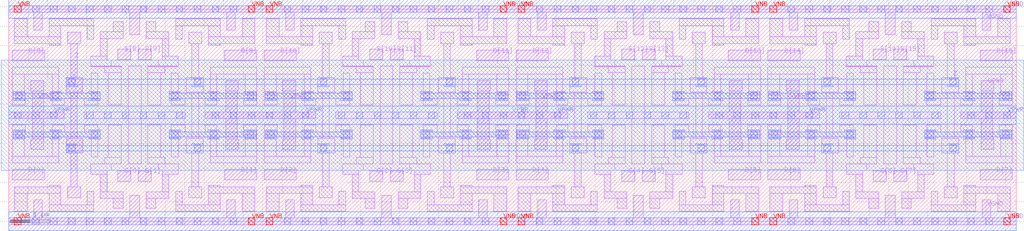
<source format=lef>
# Copyright 2020 The SkyWater PDK Authors
#
# Licensed under the Apache License, Version 2.0 (the "License");
# you may not use this file except in compliance with the License.
# You may obtain a copy of the License at
#
#     https://www.apache.org/licenses/LICENSE-2.0
#
# Unless required by applicable law or agreed to in writing, software
# distributed under the License is distributed on an "AS IS" BASIS,
# WITHOUT WARRANTIES OR CONDITIONS OF ANY KIND, either express or implied.
# See the License for the specific language governing permissions and
# limitations under the License.
#
# SPDX-License-Identifier: Apache-2.0

VERSION 5.7 ;
  NOWIREEXTENSIONATPIN ON ;
  DIVIDERCHAR "/" ;
  BUSBITCHARS "[]" ;
PROPERTYDEFINITIONS
  MACRO maskLayoutSubType STRING ;
  MACRO prCellType STRING ;
  MACRO originalViewName STRING ;
END PROPERTYDEFINITIONS
MACRO sky130_fd_sc_hdll__muxb16to1_2
  CLASS CORE ;
  FOREIGN sky130_fd_sc_hdll__muxb16to1_2 ;
  ORIGIN  0.000000  0.000000 ;
  SIZE  25.76000 BY  5.440000 ;
  SYMMETRY X Y R90 ;
  SITE unithd ;
  PIN D[0]
    ANTENNAGATEAREA  0.555000 ;
    DIRECTION INPUT ;
    USE SIGNAL ;
    PORT
      LAYER li1 ;
        RECT 0.095000 1.055000 0.915000 1.325000 ;
    END
  END D[0]
  PIN D[1]
    ANTENNAGATEAREA  0.555000 ;
    DIRECTION INPUT ;
    USE SIGNAL ;
    PORT
      LAYER li1 ;
        RECT 5.525000 1.055000 6.345000 1.325000 ;
    END
  END D[1]
  PIN D[2]
    ANTENNAGATEAREA  0.555000 ;
    DIRECTION INPUT ;
    USE SIGNAL ;
    PORT
      LAYER li1 ;
        RECT 6.535000 1.055000 7.355000 1.325000 ;
    END
  END D[2]
  PIN D[3]
    ANTENNAGATEAREA  0.555000 ;
    DIRECTION INPUT ;
    USE SIGNAL ;
    PORT
      LAYER li1 ;
        RECT 11.965000 1.055000 12.785000 1.325000 ;
    END
  END D[3]
  PIN D[4]
    ANTENNAGATEAREA  0.555000 ;
    DIRECTION INPUT ;
    USE SIGNAL ;
    PORT
      LAYER li1 ;
        RECT 12.975000 1.055000 13.795000 1.325000 ;
    END
  END D[4]
  PIN D[5]
    ANTENNAGATEAREA  0.555000 ;
    DIRECTION INPUT ;
    USE SIGNAL ;
    PORT
      LAYER li1 ;
        RECT 18.405000 1.055000 19.225000 1.325000 ;
    END
  END D[5]
  PIN D[6]
    ANTENNAGATEAREA  0.555000 ;
    DIRECTION INPUT ;
    USE SIGNAL ;
    PORT
      LAYER li1 ;
        RECT 19.415000 1.055000 20.235000 1.325000 ;
    END
  END D[6]
  PIN D[7]
    ANTENNAGATEAREA  0.555000 ;
    DIRECTION INPUT ;
    USE SIGNAL ;
    PORT
      LAYER li1 ;
        RECT 24.845000 1.055000 25.665000 1.325000 ;
    END
  END D[7]
  PIN D[8]
    ANTENNAGATEAREA  0.555000 ;
    DIRECTION INPUT ;
    USE SIGNAL ;
    PORT
      LAYER li1 ;
        RECT 0.095000 4.115000 0.915000 4.385000 ;
    END
  END D[8]
  PIN D[9]
    ANTENNAGATEAREA  0.555000 ;
    DIRECTION INPUT ;
    USE SIGNAL ;
    PORT
      LAYER li1 ;
        RECT 5.525000 4.115000 6.345000 4.385000 ;
    END
  END D[9]
  PIN D[10]
    ANTENNAGATEAREA  0.555000 ;
    DIRECTION INPUT ;
    USE SIGNAL ;
    PORT
      LAYER li1 ;
        RECT 6.535000 4.115000 7.355000 4.385000 ;
    END
  END D[10]
  PIN D[11]
    ANTENNAGATEAREA  0.555000 ;
    DIRECTION INPUT ;
    USE SIGNAL ;
    PORT
      LAYER li1 ;
        RECT 11.965000 4.115000 12.785000 4.385000 ;
    END
  END D[11]
  PIN D[12]
    ANTENNAGATEAREA  0.555000 ;
    DIRECTION INPUT ;
    USE SIGNAL ;
    PORT
      LAYER li1 ;
        RECT 12.975000 4.115000 13.795000 4.385000 ;
    END
  END D[12]
  PIN D[13]
    ANTENNAGATEAREA  0.555000 ;
    DIRECTION INPUT ;
    USE SIGNAL ;
    PORT
      LAYER li1 ;
        RECT 18.405000 4.115000 19.225000 4.385000 ;
    END
  END D[13]
  PIN D[14]
    ANTENNAGATEAREA  0.555000 ;
    DIRECTION INPUT ;
    USE SIGNAL ;
    PORT
      LAYER li1 ;
        RECT 19.415000 4.115000 20.235000 4.385000 ;
    END
  END D[14]
  PIN D[15]
    ANTENNAGATEAREA  0.555000 ;
    DIRECTION INPUT ;
    USE SIGNAL ;
    PORT
      LAYER li1 ;
        RECT 24.845000 4.115000 25.665000 4.385000 ;
    END
  END D[15]
  PIN S[0]
    ANTENNAGATEAREA  0.414000 ;
    DIRECTION INPUT ;
    USE SIGNAL ;
    PORT
      LAYER li1 ;
        RECT 2.790000 1.025000 3.125000 1.295000 ;
    END
  END S[0]
  PIN S[1]
    ANTENNAGATEAREA  0.414000 ;
    DIRECTION INPUT ;
    USE SIGNAL ;
    PORT
      LAYER li1 ;
        RECT 3.315000 1.025000 3.650000 1.295000 ;
    END
  END S[1]
  PIN S[2]
    ANTENNAGATEAREA  0.414000 ;
    DIRECTION INPUT ;
    USE SIGNAL ;
    PORT
      LAYER li1 ;
        RECT 9.230000 1.025000 9.565000 1.295000 ;
    END
  END S[2]
  PIN S[3]
    ANTENNAGATEAREA  0.414000 ;
    DIRECTION INPUT ;
    USE SIGNAL ;
    PORT
      LAYER li1 ;
        RECT 9.755000 1.025000 10.090000 1.295000 ;
    END
  END S[3]
  PIN S[4]
    ANTENNAGATEAREA  0.414000 ;
    DIRECTION INPUT ;
    USE SIGNAL ;
    PORT
      LAYER li1 ;
        RECT 15.670000 1.025000 16.005000 1.295000 ;
    END
  END S[4]
  PIN S[5]
    ANTENNAGATEAREA  0.414000 ;
    DIRECTION INPUT ;
    USE SIGNAL ;
    PORT
      LAYER li1 ;
        RECT 16.195000 1.025000 16.530000 1.295000 ;
    END
  END S[5]
  PIN S[6]
    ANTENNAGATEAREA  0.414000 ;
    DIRECTION INPUT ;
    USE SIGNAL ;
    PORT
      LAYER li1 ;
        RECT 22.110000 1.025000 22.445000 1.295000 ;
    END
  END S[6]
  PIN S[7]
    ANTENNAGATEAREA  0.414000 ;
    DIRECTION INPUT ;
    USE SIGNAL ;
    PORT
      LAYER li1 ;
        RECT 22.635000 1.025000 22.970000 1.295000 ;
    END
  END S[7]
  PIN S[8]
    ANTENNAGATEAREA  0.414000 ;
    DIRECTION INPUT ;
    USE SIGNAL ;
    PORT
      LAYER li1 ;
        RECT 2.790000 4.145000 3.125000 4.415000 ;
    END
  END S[8]
  PIN S[9]
    ANTENNAGATEAREA  0.414000 ;
    DIRECTION INPUT ;
    USE SIGNAL ;
    PORT
      LAYER li1 ;
        RECT 3.315000 4.145000 3.650000 4.415000 ;
    END
  END S[9]
  PIN S[10]
    ANTENNAGATEAREA  0.414000 ;
    DIRECTION INPUT ;
    USE SIGNAL ;
    PORT
      LAYER li1 ;
        RECT 9.230000 4.145000 9.565000 4.415000 ;
    END
  END S[10]
  PIN S[11]
    ANTENNAGATEAREA  0.414000 ;
    DIRECTION INPUT ;
    USE SIGNAL ;
    PORT
      LAYER li1 ;
        RECT 9.755000 4.145000 10.090000 4.415000 ;
    END
  END S[11]
  PIN S[12]
    ANTENNAGATEAREA  0.414000 ;
    DIRECTION INPUT ;
    USE SIGNAL ;
    PORT
      LAYER li1 ;
        RECT 15.670000 4.145000 16.005000 4.415000 ;
    END
  END S[12]
  PIN S[13]
    ANTENNAGATEAREA  0.414000 ;
    DIRECTION INPUT ;
    USE SIGNAL ;
    PORT
      LAYER li1 ;
        RECT 16.195000 4.145000 16.530000 4.415000 ;
    END
  END S[13]
  PIN S[14]
    ANTENNAGATEAREA  0.414000 ;
    DIRECTION INPUT ;
    USE SIGNAL ;
    PORT
      LAYER li1 ;
        RECT 22.110000 4.145000 22.445000 4.415000 ;
    END
  END S[14]
  PIN S[15]
    ANTENNAGATEAREA  0.414000 ;
    DIRECTION INPUT ;
    USE SIGNAL ;
    PORT
      LAYER li1 ;
        RECT 22.635000 4.145000 22.970000 4.415000 ;
    END
  END S[15]
  PIN Z
    ANTENNADIFFAREA  6.051200 ;
    DIRECTION OUTPUT ;
    USE SIGNAL ;
    PORT
      LAYER li1 ;
        RECT 1.465000 1.755000 1.895000 2.125000 ;
        RECT 1.465000 3.315000 1.895000 3.685000 ;
        RECT 1.505000 0.595000 1.835000 0.885000 ;
        RECT 1.505000 4.555000 1.835000 4.845000 ;
        RECT 1.585000 0.885000 1.755000 1.755000 ;
        RECT 1.585000 2.125000 1.755000 3.315000 ;
        RECT 1.585000 3.685000 1.755000 4.555000 ;
      LAYER mcon ;
        RECT 1.525000 1.785000 1.695000 1.955000 ;
        RECT 1.525000 3.485000 1.695000 3.655000 ;
    END
    PORT
      LAYER met1 ;
        RECT  1.465000 1.755000  1.755000 1.800000 ;
        RECT  1.465000 1.800000 24.295000 1.940000 ;
        RECT  1.465000 1.940000  1.755000 1.985000 ;
        RECT  1.465000 3.455000  1.755000 3.500000 ;
        RECT  1.465000 3.500000 24.295000 3.640000 ;
        RECT  1.465000 3.640000  1.755000 3.685000 ;
        RECT  4.685000 1.755000  4.975000 1.800000 ;
        RECT  4.685000 1.940000  4.975000 1.985000 ;
        RECT  4.685000 3.455000  4.975000 3.500000 ;
        RECT  4.685000 3.640000  4.975000 3.685000 ;
        RECT  7.905000 1.755000  8.195000 1.800000 ;
        RECT  7.905000 1.940000  8.195000 1.985000 ;
        RECT  7.905000 3.455000  8.195000 3.500000 ;
        RECT  7.905000 3.640000  8.195000 3.685000 ;
        RECT 11.125000 1.755000 11.415000 1.800000 ;
        RECT 11.125000 1.940000 11.415000 1.985000 ;
        RECT 11.125000 3.455000 11.415000 3.500000 ;
        RECT 11.125000 3.640000 11.415000 3.685000 ;
        RECT 14.345000 1.755000 14.635000 1.800000 ;
        RECT 14.345000 1.940000 14.635000 1.985000 ;
        RECT 14.345000 3.455000 14.635000 3.500000 ;
        RECT 14.345000 3.640000 14.635000 3.685000 ;
        RECT 17.565000 1.755000 17.855000 1.800000 ;
        RECT 17.565000 1.940000 17.855000 1.985000 ;
        RECT 17.565000 3.455000 17.855000 3.500000 ;
        RECT 17.565000 3.640000 17.855000 3.685000 ;
        RECT 20.785000 1.755000 21.075000 1.800000 ;
        RECT 20.785000 1.940000 21.075000 1.985000 ;
        RECT 20.785000 3.455000 21.075000 3.500000 ;
        RECT 20.785000 3.640000 21.075000 3.685000 ;
        RECT 24.005000 1.755000 24.295000 1.800000 ;
        RECT 24.005000 1.940000 24.295000 1.985000 ;
        RECT 24.005000 3.455000 24.295000 3.500000 ;
        RECT 24.005000 3.640000 24.295000 3.685000 ;
    END
  END Z
  PIN VGND
    DIRECTION INOUT ;
    USE GROUND ;
    PORT
      LAYER li1 ;
        RECT  0.000000 -0.085000 25.760000 0.085000 ;
        RECT  0.645000  0.085000  0.860000 0.545000 ;
        RECT  3.095000  0.085000  3.345000 0.660000 ;
        RECT  5.580000  0.085000  5.795000 0.545000 ;
        RECT  7.085000  0.085000  7.300000 0.545000 ;
        RECT  9.535000  0.085000  9.785000 0.660000 ;
        RECT 12.020000  0.085000 12.235000 0.545000 ;
        RECT 13.525000  0.085000 13.740000 0.545000 ;
        RECT 15.975000  0.085000 16.225000 0.660000 ;
        RECT 18.460000  0.085000 18.675000 0.545000 ;
        RECT 19.965000  0.085000 20.180000 0.545000 ;
        RECT 22.415000  0.085000 22.665000 0.660000 ;
        RECT 24.900000  0.085000 25.115000 0.545000 ;
      LAYER mcon ;
        RECT  0.145000 -0.085000  0.315000 0.085000 ;
        RECT  0.605000 -0.085000  0.775000 0.085000 ;
        RECT  1.065000 -0.085000  1.235000 0.085000 ;
        RECT  1.525000 -0.085000  1.695000 0.085000 ;
        RECT  1.985000 -0.085000  2.155000 0.085000 ;
        RECT  2.445000 -0.085000  2.615000 0.085000 ;
        RECT  2.905000 -0.085000  3.075000 0.085000 ;
        RECT  3.365000 -0.085000  3.535000 0.085000 ;
        RECT  3.825000 -0.085000  3.995000 0.085000 ;
        RECT  4.285000 -0.085000  4.455000 0.085000 ;
        RECT  4.745000 -0.085000  4.915000 0.085000 ;
        RECT  5.205000 -0.085000  5.375000 0.085000 ;
        RECT  5.665000 -0.085000  5.835000 0.085000 ;
        RECT  6.125000 -0.085000  6.295000 0.085000 ;
        RECT  6.585000 -0.085000  6.755000 0.085000 ;
        RECT  7.045000 -0.085000  7.215000 0.085000 ;
        RECT  7.505000 -0.085000  7.675000 0.085000 ;
        RECT  7.965000 -0.085000  8.135000 0.085000 ;
        RECT  8.425000 -0.085000  8.595000 0.085000 ;
        RECT  8.885000 -0.085000  9.055000 0.085000 ;
        RECT  9.345000 -0.085000  9.515000 0.085000 ;
        RECT  9.805000 -0.085000  9.975000 0.085000 ;
        RECT 10.265000 -0.085000 10.435000 0.085000 ;
        RECT 10.725000 -0.085000 10.895000 0.085000 ;
        RECT 11.185000 -0.085000 11.355000 0.085000 ;
        RECT 11.645000 -0.085000 11.815000 0.085000 ;
        RECT 12.105000 -0.085000 12.275000 0.085000 ;
        RECT 12.565000 -0.085000 12.735000 0.085000 ;
        RECT 13.025000 -0.085000 13.195000 0.085000 ;
        RECT 13.485000 -0.085000 13.655000 0.085000 ;
        RECT 13.945000 -0.085000 14.115000 0.085000 ;
        RECT 14.405000 -0.085000 14.575000 0.085000 ;
        RECT 14.865000 -0.085000 15.035000 0.085000 ;
        RECT 15.325000 -0.085000 15.495000 0.085000 ;
        RECT 15.785000 -0.085000 15.955000 0.085000 ;
        RECT 16.245000 -0.085000 16.415000 0.085000 ;
        RECT 16.705000 -0.085000 16.875000 0.085000 ;
        RECT 17.165000 -0.085000 17.335000 0.085000 ;
        RECT 17.625000 -0.085000 17.795000 0.085000 ;
        RECT 18.085000 -0.085000 18.255000 0.085000 ;
        RECT 18.545000 -0.085000 18.715000 0.085000 ;
        RECT 19.005000 -0.085000 19.175000 0.085000 ;
        RECT 19.465000 -0.085000 19.635000 0.085000 ;
        RECT 19.925000 -0.085000 20.095000 0.085000 ;
        RECT 20.385000 -0.085000 20.555000 0.085000 ;
        RECT 20.845000 -0.085000 21.015000 0.085000 ;
        RECT 21.305000 -0.085000 21.475000 0.085000 ;
        RECT 21.765000 -0.085000 21.935000 0.085000 ;
        RECT 22.225000 -0.085000 22.395000 0.085000 ;
        RECT 22.685000 -0.085000 22.855000 0.085000 ;
        RECT 23.145000 -0.085000 23.315000 0.085000 ;
        RECT 23.605000 -0.085000 23.775000 0.085000 ;
        RECT 24.065000 -0.085000 24.235000 0.085000 ;
        RECT 24.525000 -0.085000 24.695000 0.085000 ;
        RECT 24.985000 -0.085000 25.155000 0.085000 ;
        RECT 25.445000 -0.085000 25.615000 0.085000 ;
    END
    PORT
      LAYER li1 ;
        RECT  0.000000 5.355000 25.760000 5.525000 ;
        RECT  0.645000 4.895000  0.860000 5.355000 ;
        RECT  3.095000 4.780000  3.345000 5.355000 ;
        RECT  5.580000 4.895000  5.795000 5.355000 ;
        RECT  7.085000 4.895000  7.300000 5.355000 ;
        RECT  9.535000 4.780000  9.785000 5.355000 ;
        RECT 12.020000 4.895000 12.235000 5.355000 ;
        RECT 13.525000 4.895000 13.740000 5.355000 ;
        RECT 15.975000 4.780000 16.225000 5.355000 ;
        RECT 18.460000 4.895000 18.675000 5.355000 ;
        RECT 19.965000 4.895000 20.180000 5.355000 ;
        RECT 22.415000 4.780000 22.665000 5.355000 ;
        RECT 24.900000 4.895000 25.115000 5.355000 ;
      LAYER mcon ;
        RECT  0.145000 5.355000  0.315000 5.525000 ;
        RECT  0.605000 5.355000  0.775000 5.525000 ;
        RECT  1.065000 5.355000  1.235000 5.525000 ;
        RECT  1.525000 5.355000  1.695000 5.525000 ;
        RECT  1.985000 5.355000  2.155000 5.525000 ;
        RECT  2.445000 5.355000  2.615000 5.525000 ;
        RECT  2.905000 5.355000  3.075000 5.525000 ;
        RECT  3.365000 5.355000  3.535000 5.525000 ;
        RECT  3.825000 5.355000  3.995000 5.525000 ;
        RECT  4.285000 5.355000  4.455000 5.525000 ;
        RECT  4.745000 5.355000  4.915000 5.525000 ;
        RECT  5.205000 5.355000  5.375000 5.525000 ;
        RECT  5.665000 5.355000  5.835000 5.525000 ;
        RECT  6.125000 5.355000  6.295000 5.525000 ;
        RECT  6.585000 5.355000  6.755000 5.525000 ;
        RECT  7.045000 5.355000  7.215000 5.525000 ;
        RECT  7.505000 5.355000  7.675000 5.525000 ;
        RECT  7.965000 5.355000  8.135000 5.525000 ;
        RECT  8.425000 5.355000  8.595000 5.525000 ;
        RECT  8.885000 5.355000  9.055000 5.525000 ;
        RECT  9.345000 5.355000  9.515000 5.525000 ;
        RECT  9.805000 5.355000  9.975000 5.525000 ;
        RECT 10.265000 5.355000 10.435000 5.525000 ;
        RECT 10.725000 5.355000 10.895000 5.525000 ;
        RECT 11.185000 5.355000 11.355000 5.525000 ;
        RECT 11.645000 5.355000 11.815000 5.525000 ;
        RECT 12.105000 5.355000 12.275000 5.525000 ;
        RECT 12.565000 5.355000 12.735000 5.525000 ;
        RECT 13.025000 5.355000 13.195000 5.525000 ;
        RECT 13.485000 5.355000 13.655000 5.525000 ;
        RECT 13.945000 5.355000 14.115000 5.525000 ;
        RECT 14.405000 5.355000 14.575000 5.525000 ;
        RECT 14.865000 5.355000 15.035000 5.525000 ;
        RECT 15.325000 5.355000 15.495000 5.525000 ;
        RECT 15.785000 5.355000 15.955000 5.525000 ;
        RECT 16.245000 5.355000 16.415000 5.525000 ;
        RECT 16.705000 5.355000 16.875000 5.525000 ;
        RECT 17.165000 5.355000 17.335000 5.525000 ;
        RECT 17.625000 5.355000 17.795000 5.525000 ;
        RECT 18.085000 5.355000 18.255000 5.525000 ;
        RECT 18.545000 5.355000 18.715000 5.525000 ;
        RECT 19.005000 5.355000 19.175000 5.525000 ;
        RECT 19.465000 5.355000 19.635000 5.525000 ;
        RECT 19.925000 5.355000 20.095000 5.525000 ;
        RECT 20.385000 5.355000 20.555000 5.525000 ;
        RECT 20.845000 5.355000 21.015000 5.525000 ;
        RECT 21.305000 5.355000 21.475000 5.525000 ;
        RECT 21.765000 5.355000 21.935000 5.525000 ;
        RECT 22.225000 5.355000 22.395000 5.525000 ;
        RECT 22.685000 5.355000 22.855000 5.525000 ;
        RECT 23.145000 5.355000 23.315000 5.525000 ;
        RECT 23.605000 5.355000 23.775000 5.525000 ;
        RECT 24.065000 5.355000 24.235000 5.525000 ;
        RECT 24.525000 5.355000 24.695000 5.525000 ;
        RECT 24.985000 5.355000 25.155000 5.525000 ;
        RECT 25.445000 5.355000 25.615000 5.525000 ;
    END
    PORT
      LAYER met1 ;
        RECT 0.000000 -0.240000 25.760000 0.240000 ;
    END
    PORT
      LAYER met1 ;
        RECT 0.000000 5.200000 25.760000 5.680000 ;
    END
  END VGND
  PIN VNB
    DIRECTION INOUT ;
    USE GROUND ;
    PORT
      LAYER pwell ;
        RECT 0.145000 -0.085000 0.315000 0.085000 ;
    END
    PORT
      LAYER pwell ;
        RECT 0.145000 5.355000 0.315000 5.525000 ;
    END
    PORT
      LAYER pwell ;
        RECT 12.565000 -0.085000 12.735000 0.085000 ;
    END
    PORT
      LAYER pwell ;
        RECT 12.565000 5.355000 12.735000 5.525000 ;
    END
    PORT
      LAYER pwell ;
        RECT 13.025000 -0.085000 13.195000 0.085000 ;
    END
    PORT
      LAYER pwell ;
        RECT 13.025000 5.355000 13.195000 5.525000 ;
    END
    PORT
      LAYER pwell ;
        RECT 19.005000 -0.085000 19.175000 0.085000 ;
    END
    PORT
      LAYER pwell ;
        RECT 19.005000 5.355000 19.175000 5.525000 ;
    END
    PORT
      LAYER pwell ;
        RECT 19.465000 -0.085000 19.635000 0.085000 ;
    END
    PORT
      LAYER pwell ;
        RECT 19.465000 5.355000 19.635000 5.525000 ;
    END
    PORT
      LAYER pwell ;
        RECT 25.445000 -0.085000 25.615000 0.085000 ;
    END
    PORT
      LAYER pwell ;
        RECT 25.445000 5.355000 25.615000 5.525000 ;
    END
    PORT
      LAYER pwell ;
        RECT 6.125000 -0.085000 6.295000 0.085000 ;
    END
    PORT
      LAYER pwell ;
        RECT 6.125000 5.355000 6.295000 5.525000 ;
    END
    PORT
      LAYER pwell ;
        RECT 6.585000 -0.085000 6.755000 0.085000 ;
    END
    PORT
      LAYER pwell ;
        RECT 6.585000 5.355000 6.755000 5.525000 ;
    END
  END VNB
  PIN VPB
    DIRECTION INOUT ;
    USE POWER ;
    PORT
      LAYER nwell ;
        RECT -0.190000 1.305000 25.950000 4.135000 ;
    END
  END VPB
  PIN VPWR
    DIRECTION INOUT ;
    USE POWER ;
    PORT
      LAYER li1 ;
        RECT 0.000000 2.635000 1.415000 2.805000 ;
        RECT 0.565000 1.835000 0.895000 2.105000 ;
        RECT 0.565000 3.335000 0.895000 3.605000 ;
        RECT 0.595000 2.105000 0.895000 2.635000 ;
        RECT 0.595000 2.805000 0.895000 3.335000 ;
      LAYER mcon ;
        RECT 0.145000 2.635000 0.315000 2.805000 ;
        RECT 0.605000 2.635000 0.775000 2.805000 ;
        RECT 1.065000 2.635000 1.235000 2.805000 ;
    END
    PORT
      LAYER li1 ;
        RECT 11.465000 2.635000 14.295000 2.805000 ;
        RECT 11.985000 1.835000 12.315000 2.105000 ;
        RECT 11.985000 2.105000 12.285000 2.635000 ;
        RECT 11.985000 2.805000 12.285000 3.335000 ;
        RECT 11.985000 3.335000 12.315000 3.605000 ;
        RECT 13.445000 1.835000 13.775000 2.105000 ;
        RECT 13.445000 3.335000 13.775000 3.605000 ;
        RECT 13.475000 2.105000 13.775000 2.635000 ;
        RECT 13.475000 2.805000 13.775000 3.335000 ;
      LAYER mcon ;
        RECT 11.645000 2.635000 11.815000 2.805000 ;
        RECT 12.105000 2.635000 12.275000 2.805000 ;
        RECT 12.565000 2.635000 12.735000 2.805000 ;
        RECT 13.025000 2.635000 13.195000 2.805000 ;
        RECT 13.485000 2.635000 13.655000 2.805000 ;
        RECT 13.945000 2.635000 14.115000 2.805000 ;
    END
    PORT
      LAYER li1 ;
        RECT 17.905000 2.635000 20.735000 2.805000 ;
        RECT 18.425000 1.835000 18.755000 2.105000 ;
        RECT 18.425000 2.105000 18.725000 2.635000 ;
        RECT 18.425000 2.805000 18.725000 3.335000 ;
        RECT 18.425000 3.335000 18.755000 3.605000 ;
        RECT 19.885000 1.835000 20.215000 2.105000 ;
        RECT 19.885000 3.335000 20.215000 3.605000 ;
        RECT 19.915000 2.105000 20.215000 2.635000 ;
        RECT 19.915000 2.805000 20.215000 3.335000 ;
      LAYER mcon ;
        RECT 18.085000 2.635000 18.255000 2.805000 ;
        RECT 18.545000 2.635000 18.715000 2.805000 ;
        RECT 19.005000 2.635000 19.175000 2.805000 ;
        RECT 19.465000 2.635000 19.635000 2.805000 ;
        RECT 19.925000 2.635000 20.095000 2.805000 ;
        RECT 20.385000 2.635000 20.555000 2.805000 ;
    END
    PORT
      LAYER li1 ;
        RECT 24.345000 2.635000 25.760000 2.805000 ;
        RECT 24.865000 1.835000 25.195000 2.105000 ;
        RECT 24.865000 2.105000 25.165000 2.635000 ;
        RECT 24.865000 2.805000 25.165000 3.335000 ;
        RECT 24.865000 3.335000 25.195000 3.605000 ;
      LAYER mcon ;
        RECT 24.525000 2.635000 24.695000 2.805000 ;
        RECT 24.985000 2.635000 25.155000 2.805000 ;
        RECT 25.445000 2.635000 25.615000 2.805000 ;
    END
    PORT
      LAYER li1 ;
        RECT 5.025000 2.635000 7.855000 2.805000 ;
        RECT 5.545000 1.835000 5.875000 2.105000 ;
        RECT 5.545000 2.105000 5.845000 2.635000 ;
        RECT 5.545000 2.805000 5.845000 3.335000 ;
        RECT 5.545000 3.335000 5.875000 3.605000 ;
        RECT 7.005000 1.835000 7.335000 2.105000 ;
        RECT 7.005000 3.335000 7.335000 3.605000 ;
        RECT 7.035000 2.105000 7.335000 2.635000 ;
        RECT 7.035000 2.805000 7.335000 3.335000 ;
      LAYER mcon ;
        RECT 5.205000 2.635000 5.375000 2.805000 ;
        RECT 5.665000 2.635000 5.835000 2.805000 ;
        RECT 6.125000 2.635000 6.295000 2.805000 ;
        RECT 6.585000 2.635000 6.755000 2.805000 ;
        RECT 7.045000 2.635000 7.215000 2.805000 ;
        RECT 7.505000 2.635000 7.675000 2.805000 ;
    END
    PORT
      LAYER met1 ;
        RECT 0.000000 2.480000 25.760000 2.960000 ;
    END
  END VPWR
  OBS
    LAYER li1 ;
      RECT  0.095000 1.495000  1.285000 1.665000 ;
      RECT  0.095000 1.665000  0.395000 2.210000 ;
      RECT  0.095000 2.210000  0.425000 2.465000 ;
      RECT  0.095000 2.975000  0.425000 3.230000 ;
      RECT  0.095000 3.230000  0.395000 3.775000 ;
      RECT  0.095000 3.775000  1.285000 3.945000 ;
      RECT  0.145000 0.255000  0.475000 0.715000 ;
      RECT  0.145000 0.715000  1.335000 0.885000 ;
      RECT  0.145000 4.555000  1.335000 4.725000 ;
      RECT  0.145000 4.725000  0.475000 5.185000 ;
      RECT  1.030000 0.255000  2.175000 0.425000 ;
      RECT  1.030000 0.425000  1.335000 0.715000 ;
      RECT  1.030000 0.885000  1.335000 0.925000 ;
      RECT  1.030000 4.515000  1.335000 4.555000 ;
      RECT  1.030000 4.725000  1.335000 5.015000 ;
      RECT  1.030000 5.015000  2.175000 5.185000 ;
      RECT  1.115000 1.665000  1.285000 2.295000 ;
      RECT  1.115000 2.295000  1.415000 2.465000 ;
      RECT  1.115000 2.975000  1.415000 3.145000 ;
      RECT  1.115000 3.145000  1.285000 3.775000 ;
      RECT  1.925000 2.295000  2.280000 2.465000 ;
      RECT  1.925000 2.635000  4.515000 2.805000 ;
      RECT  1.925000 2.975000  2.280000 3.145000 ;
      RECT  2.005000 0.425000  2.175000 0.770000 ;
      RECT  2.005000 4.670000  2.175000 5.015000 ;
      RECT  2.100000 1.205000  2.515000 1.305000 ;
      RECT  2.100000 1.305000  2.620000 1.465000 ;
      RECT  2.100000 1.465000  2.880000 1.475000 ;
      RECT  2.100000 3.965000  2.880000 3.975000 ;
      RECT  2.100000 3.975000  2.620000 4.135000 ;
      RECT  2.100000 4.135000  2.515000 4.235000 ;
      RECT  2.110000 1.645000  2.280000 2.295000 ;
      RECT  2.110000 3.145000  2.280000 3.795000 ;
      RECT  2.345000 0.585000  2.925000 0.755000 ;
      RECT  2.345000 0.755000  2.515000 1.205000 ;
      RECT  2.345000 4.235000  2.515000 4.685000 ;
      RECT  2.345000 4.685000  2.925000 4.855000 ;
      RECT  2.450000 1.475000  2.880000 1.635000 ;
      RECT  2.450000 3.805000  2.880000 3.965000 ;
      RECT  2.550000 1.635000  2.880000 2.465000 ;
      RECT  2.550000 2.975000  2.880000 3.805000 ;
      RECT  2.675000 0.330000  2.925000 0.585000 ;
      RECT  2.675000 4.855000  2.925000 5.110000 ;
      RECT  3.055000 1.465000  3.385000 2.635000 ;
      RECT  3.055000 2.805000  3.385000 3.975000 ;
      RECT  3.515000 0.330000  3.765000 0.585000 ;
      RECT  3.515000 0.585000  4.095000 0.755000 ;
      RECT  3.515000 4.685000  4.095000 4.855000 ;
      RECT  3.515000 4.855000  3.765000 5.110000 ;
      RECT  3.560000 1.465000  4.340000 1.475000 ;
      RECT  3.560000 1.475000  3.990000 1.635000 ;
      RECT  3.560000 1.635000  3.890000 2.465000 ;
      RECT  3.560000 2.975000  3.890000 3.805000 ;
      RECT  3.560000 3.805000  3.990000 3.965000 ;
      RECT  3.560000 3.965000  4.340000 3.975000 ;
      RECT  3.820000 1.305000  4.340000 1.465000 ;
      RECT  3.820000 3.975000  4.340000 4.135000 ;
      RECT  3.925000 0.755000  4.095000 1.205000 ;
      RECT  3.925000 1.205000  4.340000 1.305000 ;
      RECT  3.925000 4.135000  4.340000 4.235000 ;
      RECT  3.925000 4.235000  4.095000 4.685000 ;
      RECT  4.160000 1.645000  4.330000 2.295000 ;
      RECT  4.160000 2.295000  4.515000 2.465000 ;
      RECT  4.160000 2.975000  4.515000 3.145000 ;
      RECT  4.160000 3.145000  4.330000 3.795000 ;
      RECT  4.265000 0.255000  5.410000 0.425000 ;
      RECT  4.265000 0.425000  4.435000 0.770000 ;
      RECT  4.265000 4.670000  4.435000 5.015000 ;
      RECT  4.265000 5.015000  5.410000 5.185000 ;
      RECT  4.545000 1.755000  4.975000 2.125000 ;
      RECT  4.545000 3.315000  4.975000 3.685000 ;
      RECT  4.605000 0.595000  4.935000 0.885000 ;
      RECT  4.605000 4.555000  4.935000 4.845000 ;
      RECT  4.685000 0.885000  4.855000 1.755000 ;
      RECT  4.685000 2.125000  4.855000 3.315000 ;
      RECT  4.685000 3.685000  4.855000 4.555000 ;
      RECT  5.025000 2.295000  5.325000 2.465000 ;
      RECT  5.025000 2.975000  5.325000 3.145000 ;
      RECT  5.105000 0.425000  5.410000 0.715000 ;
      RECT  5.105000 0.715000  6.295000 0.885000 ;
      RECT  5.105000 0.885000  5.410000 0.925000 ;
      RECT  5.105000 4.515000  5.410000 4.555000 ;
      RECT  5.105000 4.555000  6.295000 4.725000 ;
      RECT  5.105000 4.725000  5.410000 5.015000 ;
      RECT  5.155000 1.495000  6.345000 1.665000 ;
      RECT  5.155000 1.665000  5.325000 2.295000 ;
      RECT  5.155000 3.145000  5.325000 3.775000 ;
      RECT  5.155000 3.775000  6.345000 3.945000 ;
      RECT  5.965000 0.255000  6.295000 0.715000 ;
      RECT  5.965000 4.725000  6.295000 5.185000 ;
      RECT  6.015000 2.210000  6.345000 2.465000 ;
      RECT  6.015000 2.975000  6.345000 3.230000 ;
      RECT  6.045000 1.665000  6.345000 2.210000 ;
      RECT  6.045000 3.230000  6.345000 3.775000 ;
      RECT  6.535000 1.495000  7.725000 1.665000 ;
      RECT  6.535000 1.665000  6.835000 2.210000 ;
      RECT  6.535000 2.210000  6.865000 2.465000 ;
      RECT  6.535000 2.975000  6.865000 3.230000 ;
      RECT  6.535000 3.230000  6.835000 3.775000 ;
      RECT  6.535000 3.775000  7.725000 3.945000 ;
      RECT  6.585000 0.255000  6.915000 0.715000 ;
      RECT  6.585000 0.715000  7.775000 0.885000 ;
      RECT  6.585000 4.555000  7.775000 4.725000 ;
      RECT  6.585000 4.725000  6.915000 5.185000 ;
      RECT  7.470000 0.255000  8.615000 0.425000 ;
      RECT  7.470000 0.425000  7.775000 0.715000 ;
      RECT  7.470000 0.885000  7.775000 0.925000 ;
      RECT  7.470000 4.515000  7.775000 4.555000 ;
      RECT  7.470000 4.725000  7.775000 5.015000 ;
      RECT  7.470000 5.015000  8.615000 5.185000 ;
      RECT  7.555000 1.665000  7.725000 2.295000 ;
      RECT  7.555000 2.295000  7.855000 2.465000 ;
      RECT  7.555000 2.975000  7.855000 3.145000 ;
      RECT  7.555000 3.145000  7.725000 3.775000 ;
      RECT  7.905000 1.755000  8.335000 2.125000 ;
      RECT  7.905000 3.315000  8.335000 3.685000 ;
      RECT  7.945000 0.595000  8.275000 0.885000 ;
      RECT  7.945000 4.555000  8.275000 4.845000 ;
      RECT  8.025000 0.885000  8.195000 1.755000 ;
      RECT  8.025000 2.125000  8.195000 3.315000 ;
      RECT  8.025000 3.685000  8.195000 4.555000 ;
      RECT  8.365000 2.295000  8.720000 2.465000 ;
      RECT  8.365000 2.635000 10.955000 2.805000 ;
      RECT  8.365000 2.975000  8.720000 3.145000 ;
      RECT  8.445000 0.425000  8.615000 0.770000 ;
      RECT  8.445000 4.670000  8.615000 5.015000 ;
      RECT  8.540000 1.205000  8.955000 1.305000 ;
      RECT  8.540000 1.305000  9.060000 1.465000 ;
      RECT  8.540000 1.465000  9.320000 1.475000 ;
      RECT  8.540000 3.965000  9.320000 3.975000 ;
      RECT  8.540000 3.975000  9.060000 4.135000 ;
      RECT  8.540000 4.135000  8.955000 4.235000 ;
      RECT  8.550000 1.645000  8.720000 2.295000 ;
      RECT  8.550000 3.145000  8.720000 3.795000 ;
      RECT  8.785000 0.585000  9.365000 0.755000 ;
      RECT  8.785000 0.755000  8.955000 1.205000 ;
      RECT  8.785000 4.235000  8.955000 4.685000 ;
      RECT  8.785000 4.685000  9.365000 4.855000 ;
      RECT  8.890000 1.475000  9.320000 1.635000 ;
      RECT  8.890000 3.805000  9.320000 3.965000 ;
      RECT  8.990000 1.635000  9.320000 2.465000 ;
      RECT  8.990000 2.975000  9.320000 3.805000 ;
      RECT  9.115000 0.330000  9.365000 0.585000 ;
      RECT  9.115000 4.855000  9.365000 5.110000 ;
      RECT  9.495000 1.465000  9.825000 2.635000 ;
      RECT  9.495000 2.805000  9.825000 3.975000 ;
      RECT  9.955000 0.330000 10.205000 0.585000 ;
      RECT  9.955000 0.585000 10.535000 0.755000 ;
      RECT  9.955000 4.685000 10.535000 4.855000 ;
      RECT  9.955000 4.855000 10.205000 5.110000 ;
      RECT 10.000000 1.465000 10.780000 1.475000 ;
      RECT 10.000000 1.475000 10.430000 1.635000 ;
      RECT 10.000000 1.635000 10.330000 2.465000 ;
      RECT 10.000000 2.975000 10.330000 3.805000 ;
      RECT 10.000000 3.805000 10.430000 3.965000 ;
      RECT 10.000000 3.965000 10.780000 3.975000 ;
      RECT 10.260000 1.305000 10.780000 1.465000 ;
      RECT 10.260000 3.975000 10.780000 4.135000 ;
      RECT 10.365000 0.755000 10.535000 1.205000 ;
      RECT 10.365000 1.205000 10.780000 1.305000 ;
      RECT 10.365000 4.135000 10.780000 4.235000 ;
      RECT 10.365000 4.235000 10.535000 4.685000 ;
      RECT 10.600000 1.645000 10.770000 2.295000 ;
      RECT 10.600000 2.295000 10.955000 2.465000 ;
      RECT 10.600000 2.975000 10.955000 3.145000 ;
      RECT 10.600000 3.145000 10.770000 3.795000 ;
      RECT 10.705000 0.255000 11.850000 0.425000 ;
      RECT 10.705000 0.425000 10.875000 0.770000 ;
      RECT 10.705000 4.670000 10.875000 5.015000 ;
      RECT 10.705000 5.015000 11.850000 5.185000 ;
      RECT 10.985000 1.755000 11.415000 2.125000 ;
      RECT 10.985000 3.315000 11.415000 3.685000 ;
      RECT 11.045000 0.595000 11.375000 0.885000 ;
      RECT 11.045000 4.555000 11.375000 4.845000 ;
      RECT 11.125000 0.885000 11.295000 1.755000 ;
      RECT 11.125000 2.125000 11.295000 3.315000 ;
      RECT 11.125000 3.685000 11.295000 4.555000 ;
      RECT 11.465000 2.295000 11.765000 2.465000 ;
      RECT 11.465000 2.975000 11.765000 3.145000 ;
      RECT 11.545000 0.425000 11.850000 0.715000 ;
      RECT 11.545000 0.715000 12.735000 0.885000 ;
      RECT 11.545000 0.885000 11.850000 0.925000 ;
      RECT 11.545000 4.515000 11.850000 4.555000 ;
      RECT 11.545000 4.555000 12.735000 4.725000 ;
      RECT 11.545000 4.725000 11.850000 5.015000 ;
      RECT 11.595000 1.495000 12.785000 1.665000 ;
      RECT 11.595000 1.665000 11.765000 2.295000 ;
      RECT 11.595000 3.145000 11.765000 3.775000 ;
      RECT 11.595000 3.775000 12.785000 3.945000 ;
      RECT 12.405000 0.255000 12.735000 0.715000 ;
      RECT 12.405000 4.725000 12.735000 5.185000 ;
      RECT 12.455000 2.210000 12.785000 2.465000 ;
      RECT 12.455000 2.975000 12.785000 3.230000 ;
      RECT 12.485000 1.665000 12.785000 2.210000 ;
      RECT 12.485000 3.230000 12.785000 3.775000 ;
      RECT 12.975000 1.495000 14.165000 1.665000 ;
      RECT 12.975000 1.665000 13.275000 2.210000 ;
      RECT 12.975000 2.210000 13.305000 2.465000 ;
      RECT 12.975000 2.975000 13.305000 3.230000 ;
      RECT 12.975000 3.230000 13.275000 3.775000 ;
      RECT 12.975000 3.775000 14.165000 3.945000 ;
      RECT 13.025000 0.255000 13.355000 0.715000 ;
      RECT 13.025000 0.715000 14.215000 0.885000 ;
      RECT 13.025000 4.555000 14.215000 4.725000 ;
      RECT 13.025000 4.725000 13.355000 5.185000 ;
      RECT 13.910000 0.255000 15.055000 0.425000 ;
      RECT 13.910000 0.425000 14.215000 0.715000 ;
      RECT 13.910000 0.885000 14.215000 0.925000 ;
      RECT 13.910000 4.515000 14.215000 4.555000 ;
      RECT 13.910000 4.725000 14.215000 5.015000 ;
      RECT 13.910000 5.015000 15.055000 5.185000 ;
      RECT 13.995000 1.665000 14.165000 2.295000 ;
      RECT 13.995000 2.295000 14.295000 2.465000 ;
      RECT 13.995000 2.975000 14.295000 3.145000 ;
      RECT 13.995000 3.145000 14.165000 3.775000 ;
      RECT 14.345000 1.755000 14.775000 2.125000 ;
      RECT 14.345000 3.315000 14.775000 3.685000 ;
      RECT 14.385000 0.595000 14.715000 0.885000 ;
      RECT 14.385000 4.555000 14.715000 4.845000 ;
      RECT 14.465000 0.885000 14.635000 1.755000 ;
      RECT 14.465000 2.125000 14.635000 3.315000 ;
      RECT 14.465000 3.685000 14.635000 4.555000 ;
      RECT 14.805000 2.295000 15.160000 2.465000 ;
      RECT 14.805000 2.635000 17.395000 2.805000 ;
      RECT 14.805000 2.975000 15.160000 3.145000 ;
      RECT 14.885000 0.425000 15.055000 0.770000 ;
      RECT 14.885000 4.670000 15.055000 5.015000 ;
      RECT 14.980000 1.205000 15.395000 1.305000 ;
      RECT 14.980000 1.305000 15.500000 1.465000 ;
      RECT 14.980000 1.465000 15.760000 1.475000 ;
      RECT 14.980000 3.965000 15.760000 3.975000 ;
      RECT 14.980000 3.975000 15.500000 4.135000 ;
      RECT 14.980000 4.135000 15.395000 4.235000 ;
      RECT 14.990000 1.645000 15.160000 2.295000 ;
      RECT 14.990000 3.145000 15.160000 3.795000 ;
      RECT 15.225000 0.585000 15.805000 0.755000 ;
      RECT 15.225000 0.755000 15.395000 1.205000 ;
      RECT 15.225000 4.235000 15.395000 4.685000 ;
      RECT 15.225000 4.685000 15.805000 4.855000 ;
      RECT 15.330000 1.475000 15.760000 1.635000 ;
      RECT 15.330000 3.805000 15.760000 3.965000 ;
      RECT 15.430000 1.635000 15.760000 2.465000 ;
      RECT 15.430000 2.975000 15.760000 3.805000 ;
      RECT 15.555000 0.330000 15.805000 0.585000 ;
      RECT 15.555000 4.855000 15.805000 5.110000 ;
      RECT 15.935000 1.465000 16.265000 2.635000 ;
      RECT 15.935000 2.805000 16.265000 3.975000 ;
      RECT 16.395000 0.330000 16.645000 0.585000 ;
      RECT 16.395000 0.585000 16.975000 0.755000 ;
      RECT 16.395000 4.685000 16.975000 4.855000 ;
      RECT 16.395000 4.855000 16.645000 5.110000 ;
      RECT 16.440000 1.465000 17.220000 1.475000 ;
      RECT 16.440000 1.475000 16.870000 1.635000 ;
      RECT 16.440000 1.635000 16.770000 2.465000 ;
      RECT 16.440000 2.975000 16.770000 3.805000 ;
      RECT 16.440000 3.805000 16.870000 3.965000 ;
      RECT 16.440000 3.965000 17.220000 3.975000 ;
      RECT 16.700000 1.305000 17.220000 1.465000 ;
      RECT 16.700000 3.975000 17.220000 4.135000 ;
      RECT 16.805000 0.755000 16.975000 1.205000 ;
      RECT 16.805000 1.205000 17.220000 1.305000 ;
      RECT 16.805000 4.135000 17.220000 4.235000 ;
      RECT 16.805000 4.235000 16.975000 4.685000 ;
      RECT 17.040000 1.645000 17.210000 2.295000 ;
      RECT 17.040000 2.295000 17.395000 2.465000 ;
      RECT 17.040000 2.975000 17.395000 3.145000 ;
      RECT 17.040000 3.145000 17.210000 3.795000 ;
      RECT 17.145000 0.255000 18.290000 0.425000 ;
      RECT 17.145000 0.425000 17.315000 0.770000 ;
      RECT 17.145000 4.670000 17.315000 5.015000 ;
      RECT 17.145000 5.015000 18.290000 5.185000 ;
      RECT 17.425000 1.755000 17.855000 2.125000 ;
      RECT 17.425000 3.315000 17.855000 3.685000 ;
      RECT 17.485000 0.595000 17.815000 0.885000 ;
      RECT 17.485000 4.555000 17.815000 4.845000 ;
      RECT 17.565000 0.885000 17.735000 1.755000 ;
      RECT 17.565000 2.125000 17.735000 3.315000 ;
      RECT 17.565000 3.685000 17.735000 4.555000 ;
      RECT 17.905000 2.295000 18.205000 2.465000 ;
      RECT 17.905000 2.975000 18.205000 3.145000 ;
      RECT 17.985000 0.425000 18.290000 0.715000 ;
      RECT 17.985000 0.715000 19.175000 0.885000 ;
      RECT 17.985000 0.885000 18.290000 0.925000 ;
      RECT 17.985000 4.515000 18.290000 4.555000 ;
      RECT 17.985000 4.555000 19.175000 4.725000 ;
      RECT 17.985000 4.725000 18.290000 5.015000 ;
      RECT 18.035000 1.495000 19.225000 1.665000 ;
      RECT 18.035000 1.665000 18.205000 2.295000 ;
      RECT 18.035000 3.145000 18.205000 3.775000 ;
      RECT 18.035000 3.775000 19.225000 3.945000 ;
      RECT 18.845000 0.255000 19.175000 0.715000 ;
      RECT 18.845000 4.725000 19.175000 5.185000 ;
      RECT 18.895000 2.210000 19.225000 2.465000 ;
      RECT 18.895000 2.975000 19.225000 3.230000 ;
      RECT 18.925000 1.665000 19.225000 2.210000 ;
      RECT 18.925000 3.230000 19.225000 3.775000 ;
      RECT 19.415000 1.495000 20.605000 1.665000 ;
      RECT 19.415000 1.665000 19.715000 2.210000 ;
      RECT 19.415000 2.210000 19.745000 2.465000 ;
      RECT 19.415000 2.975000 19.745000 3.230000 ;
      RECT 19.415000 3.230000 19.715000 3.775000 ;
      RECT 19.415000 3.775000 20.605000 3.945000 ;
      RECT 19.465000 0.255000 19.795000 0.715000 ;
      RECT 19.465000 0.715000 20.655000 0.885000 ;
      RECT 19.465000 4.555000 20.655000 4.725000 ;
      RECT 19.465000 4.725000 19.795000 5.185000 ;
      RECT 20.350000 0.255000 21.495000 0.425000 ;
      RECT 20.350000 0.425000 20.655000 0.715000 ;
      RECT 20.350000 0.885000 20.655000 0.925000 ;
      RECT 20.350000 4.515000 20.655000 4.555000 ;
      RECT 20.350000 4.725000 20.655000 5.015000 ;
      RECT 20.350000 5.015000 21.495000 5.185000 ;
      RECT 20.435000 1.665000 20.605000 2.295000 ;
      RECT 20.435000 2.295000 20.735000 2.465000 ;
      RECT 20.435000 2.975000 20.735000 3.145000 ;
      RECT 20.435000 3.145000 20.605000 3.775000 ;
      RECT 20.785000 1.755000 21.215000 2.125000 ;
      RECT 20.785000 3.315000 21.215000 3.685000 ;
      RECT 20.825000 0.595000 21.155000 0.885000 ;
      RECT 20.825000 4.555000 21.155000 4.845000 ;
      RECT 20.905000 0.885000 21.075000 1.755000 ;
      RECT 20.905000 2.125000 21.075000 3.315000 ;
      RECT 20.905000 3.685000 21.075000 4.555000 ;
      RECT 21.245000 2.295000 21.600000 2.465000 ;
      RECT 21.245000 2.635000 23.835000 2.805000 ;
      RECT 21.245000 2.975000 21.600000 3.145000 ;
      RECT 21.325000 0.425000 21.495000 0.770000 ;
      RECT 21.325000 4.670000 21.495000 5.015000 ;
      RECT 21.420000 1.205000 21.835000 1.305000 ;
      RECT 21.420000 1.305000 21.940000 1.465000 ;
      RECT 21.420000 1.465000 22.200000 1.475000 ;
      RECT 21.420000 3.965000 22.200000 3.975000 ;
      RECT 21.420000 3.975000 21.940000 4.135000 ;
      RECT 21.420000 4.135000 21.835000 4.235000 ;
      RECT 21.430000 1.645000 21.600000 2.295000 ;
      RECT 21.430000 3.145000 21.600000 3.795000 ;
      RECT 21.665000 0.585000 22.245000 0.755000 ;
      RECT 21.665000 0.755000 21.835000 1.205000 ;
      RECT 21.665000 4.235000 21.835000 4.685000 ;
      RECT 21.665000 4.685000 22.245000 4.855000 ;
      RECT 21.770000 1.475000 22.200000 1.635000 ;
      RECT 21.770000 3.805000 22.200000 3.965000 ;
      RECT 21.870000 1.635000 22.200000 2.465000 ;
      RECT 21.870000 2.975000 22.200000 3.805000 ;
      RECT 21.995000 0.330000 22.245000 0.585000 ;
      RECT 21.995000 4.855000 22.245000 5.110000 ;
      RECT 22.375000 1.465000 22.705000 2.635000 ;
      RECT 22.375000 2.805000 22.705000 3.975000 ;
      RECT 22.835000 0.330000 23.085000 0.585000 ;
      RECT 22.835000 0.585000 23.415000 0.755000 ;
      RECT 22.835000 4.685000 23.415000 4.855000 ;
      RECT 22.835000 4.855000 23.085000 5.110000 ;
      RECT 22.880000 1.465000 23.660000 1.475000 ;
      RECT 22.880000 1.475000 23.310000 1.635000 ;
      RECT 22.880000 1.635000 23.210000 2.465000 ;
      RECT 22.880000 2.975000 23.210000 3.805000 ;
      RECT 22.880000 3.805000 23.310000 3.965000 ;
      RECT 22.880000 3.965000 23.660000 3.975000 ;
      RECT 23.140000 1.305000 23.660000 1.465000 ;
      RECT 23.140000 3.975000 23.660000 4.135000 ;
      RECT 23.245000 0.755000 23.415000 1.205000 ;
      RECT 23.245000 1.205000 23.660000 1.305000 ;
      RECT 23.245000 4.135000 23.660000 4.235000 ;
      RECT 23.245000 4.235000 23.415000 4.685000 ;
      RECT 23.480000 1.645000 23.650000 2.295000 ;
      RECT 23.480000 2.295000 23.835000 2.465000 ;
      RECT 23.480000 2.975000 23.835000 3.145000 ;
      RECT 23.480000 3.145000 23.650000 3.795000 ;
      RECT 23.585000 0.255000 24.730000 0.425000 ;
      RECT 23.585000 0.425000 23.755000 0.770000 ;
      RECT 23.585000 4.670000 23.755000 5.015000 ;
      RECT 23.585000 5.015000 24.730000 5.185000 ;
      RECT 23.865000 1.755000 24.295000 2.125000 ;
      RECT 23.865000 3.315000 24.295000 3.685000 ;
      RECT 23.925000 0.595000 24.255000 0.885000 ;
      RECT 23.925000 4.555000 24.255000 4.845000 ;
      RECT 24.005000 0.885000 24.175000 1.755000 ;
      RECT 24.005000 2.125000 24.175000 3.315000 ;
      RECT 24.005000 3.685000 24.175000 4.555000 ;
      RECT 24.345000 2.295000 24.645000 2.465000 ;
      RECT 24.345000 2.975000 24.645000 3.145000 ;
      RECT 24.425000 0.425000 24.730000 0.715000 ;
      RECT 24.425000 0.715000 25.615000 0.885000 ;
      RECT 24.425000 0.885000 24.730000 0.925000 ;
      RECT 24.425000 4.515000 24.730000 4.555000 ;
      RECT 24.425000 4.555000 25.615000 4.725000 ;
      RECT 24.425000 4.725000 24.730000 5.015000 ;
      RECT 24.475000 1.495000 25.665000 1.665000 ;
      RECT 24.475000 1.665000 24.645000 2.295000 ;
      RECT 24.475000 3.145000 24.645000 3.775000 ;
      RECT 24.475000 3.775000 25.665000 3.945000 ;
      RECT 25.285000 0.255000 25.615000 0.715000 ;
      RECT 25.285000 4.725000 25.615000 5.185000 ;
      RECT 25.335000 2.210000 25.665000 2.465000 ;
      RECT 25.335000 2.975000 25.665000 3.230000 ;
      RECT 25.365000 1.665000 25.665000 2.210000 ;
      RECT 25.365000 3.230000 25.665000 3.775000 ;
    LAYER mcon ;
      RECT  0.175000 2.140000  0.345000 2.310000 ;
      RECT  0.175000 3.130000  0.345000 3.300000 ;
      RECT  1.115000 2.140000  1.285000 2.310000 ;
      RECT  1.115000 3.130000  1.285000 3.300000 ;
      RECT  1.985000 2.635000  2.155000 2.805000 ;
      RECT  2.110000 2.140000  2.280000 2.310000 ;
      RECT  2.110000 3.130000  2.280000 3.300000 ;
      RECT  2.445000 2.635000  2.615000 2.805000 ;
      RECT  2.905000 2.635000  3.075000 2.805000 ;
      RECT  3.365000 2.635000  3.535000 2.805000 ;
      RECT  3.825000 2.635000  3.995000 2.805000 ;
      RECT  4.160000 2.140000  4.330000 2.310000 ;
      RECT  4.160000 3.130000  4.330000 3.300000 ;
      RECT  4.285000 2.635000  4.455000 2.805000 ;
      RECT  4.745000 1.785000  4.915000 1.955000 ;
      RECT  4.745000 3.485000  4.915000 3.655000 ;
      RECT  5.155000 2.140000  5.325000 2.310000 ;
      RECT  5.155000 3.130000  5.325000 3.300000 ;
      RECT  6.095000 2.140000  6.265000 2.310000 ;
      RECT  6.095000 3.130000  6.265000 3.300000 ;
      RECT  6.615000 2.140000  6.785000 2.310000 ;
      RECT  6.615000 3.130000  6.785000 3.300000 ;
      RECT  7.555000 2.140000  7.725000 2.310000 ;
      RECT  7.555000 3.130000  7.725000 3.300000 ;
      RECT  7.965000 1.785000  8.135000 1.955000 ;
      RECT  7.965000 3.485000  8.135000 3.655000 ;
      RECT  8.425000 2.635000  8.595000 2.805000 ;
      RECT  8.550000 2.140000  8.720000 2.310000 ;
      RECT  8.550000 3.130000  8.720000 3.300000 ;
      RECT  8.885000 2.635000  9.055000 2.805000 ;
      RECT  9.345000 2.635000  9.515000 2.805000 ;
      RECT  9.805000 2.635000  9.975000 2.805000 ;
      RECT 10.265000 2.635000 10.435000 2.805000 ;
      RECT 10.600000 2.140000 10.770000 2.310000 ;
      RECT 10.600000 3.130000 10.770000 3.300000 ;
      RECT 10.725000 2.635000 10.895000 2.805000 ;
      RECT 11.185000 1.785000 11.355000 1.955000 ;
      RECT 11.185000 3.485000 11.355000 3.655000 ;
      RECT 11.595000 2.140000 11.765000 2.310000 ;
      RECT 11.595000 3.130000 11.765000 3.300000 ;
      RECT 12.535000 2.140000 12.705000 2.310000 ;
      RECT 12.535000 3.130000 12.705000 3.300000 ;
      RECT 13.055000 2.140000 13.225000 2.310000 ;
      RECT 13.055000 3.130000 13.225000 3.300000 ;
      RECT 13.995000 2.140000 14.165000 2.310000 ;
      RECT 13.995000 3.130000 14.165000 3.300000 ;
      RECT 14.405000 1.785000 14.575000 1.955000 ;
      RECT 14.405000 3.485000 14.575000 3.655000 ;
      RECT 14.865000 2.635000 15.035000 2.805000 ;
      RECT 14.990000 2.140000 15.160000 2.310000 ;
      RECT 14.990000 3.130000 15.160000 3.300000 ;
      RECT 15.325000 2.635000 15.495000 2.805000 ;
      RECT 15.785000 2.635000 15.955000 2.805000 ;
      RECT 16.245000 2.635000 16.415000 2.805000 ;
      RECT 16.705000 2.635000 16.875000 2.805000 ;
      RECT 17.040000 2.140000 17.210000 2.310000 ;
      RECT 17.040000 3.130000 17.210000 3.300000 ;
      RECT 17.165000 2.635000 17.335000 2.805000 ;
      RECT 17.625000 1.785000 17.795000 1.955000 ;
      RECT 17.625000 3.485000 17.795000 3.655000 ;
      RECT 18.035000 2.140000 18.205000 2.310000 ;
      RECT 18.035000 3.130000 18.205000 3.300000 ;
      RECT 18.975000 2.140000 19.145000 2.310000 ;
      RECT 18.975000 3.130000 19.145000 3.300000 ;
      RECT 19.495000 2.140000 19.665000 2.310000 ;
      RECT 19.495000 3.130000 19.665000 3.300000 ;
      RECT 20.435000 2.140000 20.605000 2.310000 ;
      RECT 20.435000 3.130000 20.605000 3.300000 ;
      RECT 20.845000 1.785000 21.015000 1.955000 ;
      RECT 20.845000 3.485000 21.015000 3.655000 ;
      RECT 21.305000 2.635000 21.475000 2.805000 ;
      RECT 21.430000 2.140000 21.600000 2.310000 ;
      RECT 21.430000 3.130000 21.600000 3.300000 ;
      RECT 21.765000 2.635000 21.935000 2.805000 ;
      RECT 22.225000 2.635000 22.395000 2.805000 ;
      RECT 22.685000 2.635000 22.855000 2.805000 ;
      RECT 23.145000 2.635000 23.315000 2.805000 ;
      RECT 23.480000 2.140000 23.650000 2.310000 ;
      RECT 23.480000 3.130000 23.650000 3.300000 ;
      RECT 23.605000 2.635000 23.775000 2.805000 ;
      RECT 24.065000 1.785000 24.235000 1.955000 ;
      RECT 24.065000 3.485000 24.235000 3.655000 ;
      RECT 24.475000 2.140000 24.645000 2.310000 ;
      RECT 24.475000 3.130000 24.645000 3.300000 ;
      RECT 25.415000 2.140000 25.585000 2.310000 ;
      RECT 25.415000 3.130000 25.585000 3.300000 ;
    LAYER met1 ;
      RECT  0.115000 2.110000  0.405000 2.155000 ;
      RECT  0.115000 2.155000  2.340000 2.295000 ;
      RECT  0.115000 2.295000  0.405000 2.340000 ;
      RECT  0.115000 3.100000  0.405000 3.145000 ;
      RECT  0.115000 3.145000  2.340000 3.285000 ;
      RECT  0.115000 3.285000  0.405000 3.330000 ;
      RECT  1.055000 2.110000  1.345000 2.155000 ;
      RECT  1.055000 2.295000  1.345000 2.340000 ;
      RECT  1.055000 3.100000  1.345000 3.145000 ;
      RECT  1.055000 3.285000  1.345000 3.330000 ;
      RECT  2.050000 2.110000  2.340000 2.155000 ;
      RECT  2.050000 2.295000  2.340000 2.340000 ;
      RECT  2.050000 3.100000  2.340000 3.145000 ;
      RECT  2.050000 3.285000  2.340000 3.330000 ;
      RECT  4.100000 2.110000  4.390000 2.155000 ;
      RECT  4.100000 2.155000  6.325000 2.295000 ;
      RECT  4.100000 2.295000  4.390000 2.340000 ;
      RECT  4.100000 3.100000  4.390000 3.145000 ;
      RECT  4.100000 3.145000  6.325000 3.285000 ;
      RECT  4.100000 3.285000  4.390000 3.330000 ;
      RECT  5.095000 2.110000  5.385000 2.155000 ;
      RECT  5.095000 2.295000  5.385000 2.340000 ;
      RECT  5.095000 3.100000  5.385000 3.145000 ;
      RECT  5.095000 3.285000  5.385000 3.330000 ;
      RECT  6.035000 2.110000  6.325000 2.155000 ;
      RECT  6.035000 2.295000  6.325000 2.340000 ;
      RECT  6.035000 3.100000  6.325000 3.145000 ;
      RECT  6.035000 3.285000  6.325000 3.330000 ;
      RECT  6.555000 2.110000  6.845000 2.155000 ;
      RECT  6.555000 2.155000  8.780000 2.295000 ;
      RECT  6.555000 2.295000  6.845000 2.340000 ;
      RECT  6.555000 3.100000  6.845000 3.145000 ;
      RECT  6.555000 3.145000  8.780000 3.285000 ;
      RECT  6.555000 3.285000  6.845000 3.330000 ;
      RECT  7.495000 2.110000  7.785000 2.155000 ;
      RECT  7.495000 2.295000  7.785000 2.340000 ;
      RECT  7.495000 3.100000  7.785000 3.145000 ;
      RECT  7.495000 3.285000  7.785000 3.330000 ;
      RECT  8.490000 2.110000  8.780000 2.155000 ;
      RECT  8.490000 2.295000  8.780000 2.340000 ;
      RECT  8.490000 3.100000  8.780000 3.145000 ;
      RECT  8.490000 3.285000  8.780000 3.330000 ;
      RECT 10.540000 2.110000 10.830000 2.155000 ;
      RECT 10.540000 2.155000 12.765000 2.295000 ;
      RECT 10.540000 2.295000 10.830000 2.340000 ;
      RECT 10.540000 3.100000 10.830000 3.145000 ;
      RECT 10.540000 3.145000 12.765000 3.285000 ;
      RECT 10.540000 3.285000 10.830000 3.330000 ;
      RECT 11.535000 2.110000 11.825000 2.155000 ;
      RECT 11.535000 2.295000 11.825000 2.340000 ;
      RECT 11.535000 3.100000 11.825000 3.145000 ;
      RECT 11.535000 3.285000 11.825000 3.330000 ;
      RECT 12.475000 2.110000 12.765000 2.155000 ;
      RECT 12.475000 2.295000 12.765000 2.340000 ;
      RECT 12.475000 3.100000 12.765000 3.145000 ;
      RECT 12.475000 3.285000 12.765000 3.330000 ;
      RECT 12.995000 2.110000 13.285000 2.155000 ;
      RECT 12.995000 2.155000 15.220000 2.295000 ;
      RECT 12.995000 2.295000 13.285000 2.340000 ;
      RECT 12.995000 3.100000 13.285000 3.145000 ;
      RECT 12.995000 3.145000 15.220000 3.285000 ;
      RECT 12.995000 3.285000 13.285000 3.330000 ;
      RECT 13.935000 2.110000 14.225000 2.155000 ;
      RECT 13.935000 2.295000 14.225000 2.340000 ;
      RECT 13.935000 3.100000 14.225000 3.145000 ;
      RECT 13.935000 3.285000 14.225000 3.330000 ;
      RECT 14.930000 2.110000 15.220000 2.155000 ;
      RECT 14.930000 2.295000 15.220000 2.340000 ;
      RECT 14.930000 3.100000 15.220000 3.145000 ;
      RECT 14.930000 3.285000 15.220000 3.330000 ;
      RECT 16.980000 2.110000 17.270000 2.155000 ;
      RECT 16.980000 2.155000 19.205000 2.295000 ;
      RECT 16.980000 2.295000 17.270000 2.340000 ;
      RECT 16.980000 3.100000 17.270000 3.145000 ;
      RECT 16.980000 3.145000 19.205000 3.285000 ;
      RECT 16.980000 3.285000 17.270000 3.330000 ;
      RECT 17.975000 2.110000 18.265000 2.155000 ;
      RECT 17.975000 2.295000 18.265000 2.340000 ;
      RECT 17.975000 3.100000 18.265000 3.145000 ;
      RECT 17.975000 3.285000 18.265000 3.330000 ;
      RECT 18.915000 2.110000 19.205000 2.155000 ;
      RECT 18.915000 2.295000 19.205000 2.340000 ;
      RECT 18.915000 3.100000 19.205000 3.145000 ;
      RECT 18.915000 3.285000 19.205000 3.330000 ;
      RECT 19.435000 2.110000 19.725000 2.155000 ;
      RECT 19.435000 2.155000 21.660000 2.295000 ;
      RECT 19.435000 2.295000 19.725000 2.340000 ;
      RECT 19.435000 3.100000 19.725000 3.145000 ;
      RECT 19.435000 3.145000 21.660000 3.285000 ;
      RECT 19.435000 3.285000 19.725000 3.330000 ;
      RECT 20.375000 2.110000 20.665000 2.155000 ;
      RECT 20.375000 2.295000 20.665000 2.340000 ;
      RECT 20.375000 3.100000 20.665000 3.145000 ;
      RECT 20.375000 3.285000 20.665000 3.330000 ;
      RECT 21.370000 2.110000 21.660000 2.155000 ;
      RECT 21.370000 2.295000 21.660000 2.340000 ;
      RECT 21.370000 3.100000 21.660000 3.145000 ;
      RECT 21.370000 3.285000 21.660000 3.330000 ;
      RECT 23.420000 2.110000 23.710000 2.155000 ;
      RECT 23.420000 2.155000 25.645000 2.295000 ;
      RECT 23.420000 2.295000 23.710000 2.340000 ;
      RECT 23.420000 3.100000 23.710000 3.145000 ;
      RECT 23.420000 3.145000 25.645000 3.285000 ;
      RECT 23.420000 3.285000 23.710000 3.330000 ;
      RECT 24.415000 2.110000 24.705000 2.155000 ;
      RECT 24.415000 2.295000 24.705000 2.340000 ;
      RECT 24.415000 3.100000 24.705000 3.145000 ;
      RECT 24.415000 3.285000 24.705000 3.330000 ;
      RECT 25.355000 2.110000 25.645000 2.155000 ;
      RECT 25.355000 2.295000 25.645000 2.340000 ;
      RECT 25.355000 3.100000 25.645000 3.145000 ;
      RECT 25.355000 3.285000 25.645000 3.330000 ;
  END
  PROPERTY maskLayoutSubType "abstract" ;
  PROPERTY prCellType "standard" ;
  PROPERTY originalViewName "layout" ;
END sky130_fd_sc_hdll__muxb16to1_2
END LIBRARY

</source>
